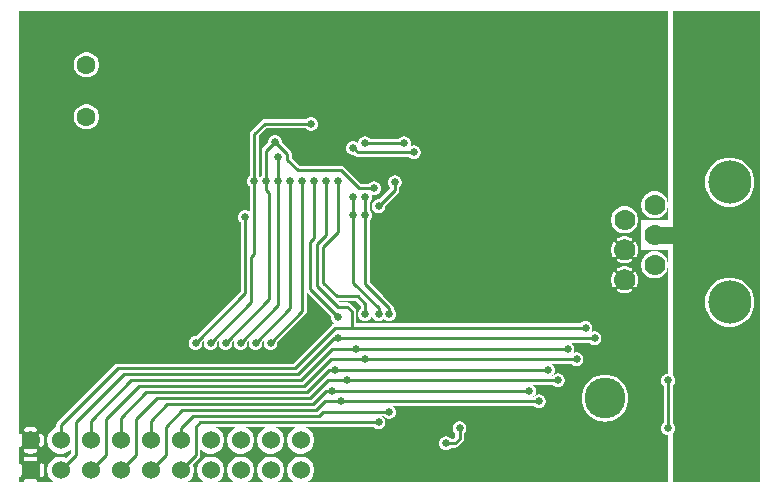
<source format=gbr>
G04 start of page 3 for group 1 idx 1 *
G04 Title: (unknown), bottom *
G04 Creator: pcb 20140316 *
G04 CreationDate: Thu 05 Mar 2020 03:13:11 AM GMT UTC *
G04 For: railfan *
G04 Format: Gerber/RS-274X *
G04 PCB-Dimensions (mil): 2500.00 1600.00 *
G04 PCB-Coordinate-Origin: lower left *
%MOIN*%
%FSLAX25Y25*%
%LNBOTTOM*%
%ADD52C,0.0960*%
%ADD51C,0.1280*%
%ADD50C,0.0300*%
%ADD49C,0.0433*%
%ADD48C,0.0380*%
%ADD47C,0.0120*%
%ADD46C,0.0260*%
%ADD45C,0.1360*%
%ADD44C,0.1440*%
%ADD43C,0.0700*%
%ADD42C,0.0633*%
%ADD41C,0.0600*%
%ADD40C,0.0550*%
%ADD39C,0.0100*%
%ADD38C,0.0001*%
G54D38*G36*
X248500Y1500D02*X238487D01*
Y53276D01*
X238500Y53275D01*
X239787Y53376D01*
X241042Y53677D01*
X242234Y54171D01*
X243335Y54846D01*
X244316Y55684D01*
X245154Y56665D01*
X245829Y57766D01*
X246323Y58958D01*
X246624Y60213D01*
X246700Y61500D01*
X246624Y62787D01*
X246323Y64042D01*
X245829Y65234D01*
X245154Y66335D01*
X244316Y67316D01*
X243335Y68154D01*
X242234Y68829D01*
X241042Y69323D01*
X239787Y69624D01*
X238500Y69725D01*
X238487Y69724D01*
Y93276D01*
X238500Y93275D01*
X239787Y93376D01*
X241042Y93677D01*
X242234Y94171D01*
X243335Y94846D01*
X244316Y95684D01*
X245154Y96665D01*
X245829Y97766D01*
X246323Y98958D01*
X246624Y100213D01*
X246700Y101500D01*
X246624Y102787D01*
X246323Y104042D01*
X245829Y105234D01*
X245154Y106335D01*
X244316Y107316D01*
X243335Y108154D01*
X242234Y108829D01*
X241042Y109323D01*
X239787Y109624D01*
X238500Y109725D01*
X238487Y109724D01*
Y158500D01*
X248500D01*
Y1500D01*
G37*
G36*
X238487D02*X219500D01*
Y17756D01*
X219631Y17869D01*
X219866Y18144D01*
X220056Y18453D01*
X220194Y18787D01*
X220279Y19139D01*
X220300Y19500D01*
X220279Y19861D01*
X220194Y20213D01*
X220056Y20547D01*
X219866Y20856D01*
X219631Y21131D01*
X219500Y21244D01*
Y33662D01*
X219631Y33774D01*
X219866Y34049D01*
X220056Y34358D01*
X220194Y34693D01*
X220279Y35045D01*
X220300Y35406D01*
X220279Y35766D01*
X220194Y36118D01*
X220056Y36453D01*
X219866Y36762D01*
X219631Y37037D01*
X219500Y37149D01*
Y158500D01*
X238487D01*
Y109724D01*
X237213Y109624D01*
X235958Y109323D01*
X234766Y108829D01*
X233665Y108154D01*
X232684Y107316D01*
X231846Y106335D01*
X231171Y105234D01*
X230677Y104042D01*
X230376Y102787D01*
X230275Y101500D01*
X230376Y100213D01*
X230677Y98958D01*
X231171Y97766D01*
X231846Y96665D01*
X232684Y95684D01*
X233665Y94846D01*
X234766Y94171D01*
X235958Y93677D01*
X237213Y93376D01*
X238487Y93276D01*
Y69724D01*
X237213Y69624D01*
X235958Y69323D01*
X234766Y68829D01*
X233665Y68154D01*
X232684Y67316D01*
X231846Y66335D01*
X231171Y65234D01*
X230677Y64042D01*
X230376Y62787D01*
X230275Y61500D01*
X230376Y60213D01*
X230677Y58958D01*
X231171Y57766D01*
X231846Y56665D01*
X232684Y55684D01*
X233665Y54846D01*
X234766Y54171D01*
X235958Y53677D01*
X237213Y53376D01*
X238487Y53276D01*
Y1500D01*
G37*
G36*
X147000Y17756D02*Y16621D01*
X146379Y16000D01*
X146246D01*
Y19034D01*
X146306Y18787D01*
X146444Y18453D01*
X146634Y18144D01*
X146869Y17869D01*
X147000Y17756D01*
G37*
G36*
X207220Y158500D02*X218000D01*
Y94000D01*
X217958Y94706D01*
X217793Y95395D01*
X217522Y96049D01*
X217152Y96653D01*
X216692Y97192D01*
X216153Y97652D01*
X215549Y98022D01*
X214895Y98293D01*
X214206Y98458D01*
X213500Y98514D01*
X212794Y98458D01*
X212105Y98293D01*
X211451Y98022D01*
X210847Y97652D01*
X210308Y97192D01*
X209848Y96653D01*
X209478Y96049D01*
X209207Y95395D01*
X209042Y94706D01*
X208986Y94000D01*
X209042Y93294D01*
X209207Y92605D01*
X209478Y91951D01*
X209848Y91347D01*
X210308Y90808D01*
X210847Y90348D01*
X211451Y89978D01*
X212105Y89707D01*
X212794Y89542D01*
X213500Y89486D01*
X214206Y89542D01*
X214895Y89707D01*
X215549Y89978D01*
X216153Y90348D01*
X216692Y90808D01*
X217152Y91347D01*
X217522Y91951D01*
X217793Y92605D01*
X217958Y93294D01*
X218000Y94000D01*
Y89000D01*
X209000D01*
Y84176D01*
X208986Y84000D01*
X209000Y83824D01*
Y79000D01*
X218000D01*
Y74000D01*
X217958Y74706D01*
X217793Y75395D01*
X217522Y76049D01*
X217152Y76653D01*
X216692Y77192D01*
X216153Y77652D01*
X215549Y78022D01*
X214895Y78293D01*
X214206Y78458D01*
X213500Y78514D01*
X212794Y78458D01*
X212105Y78293D01*
X211451Y78022D01*
X210847Y77652D01*
X210308Y77192D01*
X209848Y76653D01*
X209478Y76049D01*
X209207Y75395D01*
X209042Y74706D01*
X208986Y74000D01*
X209042Y73294D01*
X209207Y72605D01*
X209478Y71951D01*
X209848Y71347D01*
X210308Y70808D01*
X210847Y70348D01*
X211451Y69978D01*
X212105Y69707D01*
X212794Y69542D01*
X213500Y69486D01*
X214206Y69542D01*
X214895Y69707D01*
X215549Y69978D01*
X216153Y70348D01*
X216692Y70808D01*
X217152Y71347D01*
X217522Y71951D01*
X217793Y72605D01*
X217958Y73294D01*
X218000Y74000D01*
Y37713D01*
X217639Y37684D01*
X217287Y37600D01*
X216953Y37461D01*
X216644Y37272D01*
X216369Y37037D01*
X216134Y36762D01*
X215944Y36453D01*
X215806Y36118D01*
X215721Y35766D01*
X215693Y35406D01*
X215721Y35045D01*
X215806Y34693D01*
X215944Y34358D01*
X216134Y34049D01*
X216369Y33774D01*
X216500Y33662D01*
Y21244D01*
X216369Y21131D01*
X216134Y20856D01*
X215944Y20547D01*
X215806Y20213D01*
X215721Y19861D01*
X215693Y19500D01*
X215721Y19139D01*
X215806Y18787D01*
X215944Y18453D01*
X216134Y18144D01*
X216369Y17869D01*
X216644Y17634D01*
X216953Y17444D01*
X217287Y17306D01*
X217639Y17221D01*
X218000Y17193D01*
Y1500D01*
X207220D01*
Y66544D01*
X207271Y66583D01*
X207326Y66639D01*
X207370Y66704D01*
X207564Y67056D01*
X207721Y67426D01*
X207844Y67809D01*
X207933Y68200D01*
X207987Y68599D01*
X208004Y69000D01*
X207987Y69401D01*
X207933Y69800D01*
X207844Y70191D01*
X207721Y70574D01*
X207564Y70944D01*
X207374Y71298D01*
X207329Y71363D01*
X207274Y71420D01*
X207220Y71460D01*
Y76544D01*
X207271Y76583D01*
X207326Y76639D01*
X207370Y76704D01*
X207564Y77056D01*
X207721Y77426D01*
X207844Y77809D01*
X207933Y78200D01*
X207987Y78599D01*
X208004Y79000D01*
X207987Y79401D01*
X207933Y79800D01*
X207844Y80191D01*
X207721Y80574D01*
X207564Y80944D01*
X207374Y81298D01*
X207329Y81363D01*
X207274Y81420D01*
X207220Y81460D01*
Y86459D01*
X207522Y86951D01*
X207793Y87605D01*
X207958Y88294D01*
X208000Y89000D01*
X207958Y89706D01*
X207793Y90395D01*
X207522Y91049D01*
X207220Y91541D01*
Y158500D01*
G37*
G36*
Y1500D02*X203502D01*
Y25182D01*
X203971Y25948D01*
X204441Y27082D01*
X204728Y28276D01*
X204800Y29500D01*
X204728Y30724D01*
X204441Y31918D01*
X203971Y33052D01*
X203502Y33818D01*
Y64496D01*
X203901Y64513D01*
X204300Y64567D01*
X204691Y64656D01*
X205074Y64779D01*
X205444Y64936D01*
X205798Y65126D01*
X205863Y65171D01*
X205920Y65226D01*
X205968Y65290D01*
X206004Y65360D01*
X206030Y65435D01*
X206044Y65513D01*
X206045Y65592D01*
X206033Y65671D01*
X206010Y65746D01*
X205975Y65817D01*
X205929Y65882D01*
X205874Y65939D01*
X205811Y65987D01*
X205741Y66024D01*
X205666Y66049D01*
X205588Y66063D01*
X205508Y66064D01*
X205430Y66052D01*
X205354Y66029D01*
X205284Y65993D01*
X205010Y65843D01*
X204723Y65721D01*
X204426Y65625D01*
X204121Y65556D01*
X203812Y65514D01*
X203502Y65500D01*
Y72500D01*
X203812Y72486D01*
X204121Y72444D01*
X204426Y72375D01*
X204723Y72279D01*
X205010Y72157D01*
X205286Y72010D01*
X205355Y71974D01*
X205431Y71951D01*
X205509Y71940D01*
X205587Y71941D01*
X205665Y71954D01*
X205739Y71980D01*
X205809Y72016D01*
X205872Y72064D01*
X205927Y72120D01*
X205972Y72184D01*
X206007Y72255D01*
X206030Y72330D01*
X206041Y72408D01*
X206040Y72487D01*
X206027Y72564D01*
X206001Y72639D01*
X205965Y72708D01*
X205917Y72771D01*
X205861Y72826D01*
X205796Y72870D01*
X205444Y73064D01*
X205074Y73221D01*
X204691Y73344D01*
X204300Y73433D01*
X203901Y73487D01*
X203502Y73504D01*
Y74496D01*
X203901Y74513D01*
X204300Y74567D01*
X204691Y74656D01*
X205074Y74779D01*
X205444Y74936D01*
X205798Y75126D01*
X205863Y75171D01*
X205920Y75226D01*
X205968Y75290D01*
X206004Y75360D01*
X206030Y75435D01*
X206044Y75513D01*
X206045Y75592D01*
X206033Y75671D01*
X206010Y75746D01*
X205975Y75817D01*
X205929Y75882D01*
X205874Y75939D01*
X205811Y75987D01*
X205741Y76024D01*
X205666Y76049D01*
X205588Y76063D01*
X205508Y76064D01*
X205430Y76052D01*
X205354Y76029D01*
X205284Y75993D01*
X205010Y75843D01*
X204723Y75721D01*
X204426Y75625D01*
X204121Y75556D01*
X203812Y75514D01*
X203502Y75500D01*
Y82500D01*
X203812Y82486D01*
X204121Y82444D01*
X204426Y82375D01*
X204723Y82279D01*
X205010Y82157D01*
X205286Y82010D01*
X205355Y81974D01*
X205431Y81951D01*
X205509Y81940D01*
X205587Y81941D01*
X205665Y81954D01*
X205739Y81980D01*
X205809Y82016D01*
X205872Y82064D01*
X205927Y82120D01*
X205972Y82184D01*
X206007Y82255D01*
X206030Y82330D01*
X206041Y82408D01*
X206040Y82487D01*
X206027Y82564D01*
X206001Y82639D01*
X205965Y82708D01*
X205917Y82771D01*
X205861Y82826D01*
X205796Y82870D01*
X205444Y83064D01*
X205074Y83221D01*
X204691Y83344D01*
X204300Y83433D01*
X203901Y83487D01*
X203502Y83504D01*
Y84486D01*
X204206Y84542D01*
X204895Y84707D01*
X205549Y84978D01*
X206153Y85348D01*
X206692Y85808D01*
X207152Y86347D01*
X207220Y86459D01*
Y81460D01*
X207210Y81468D01*
X207140Y81504D01*
X207065Y81530D01*
X206987Y81544D01*
X206908Y81545D01*
X206829Y81533D01*
X206754Y81510D01*
X206683Y81475D01*
X206618Y81429D01*
X206561Y81374D01*
X206513Y81311D01*
X206476Y81241D01*
X206451Y81166D01*
X206437Y81088D01*
X206436Y81008D01*
X206448Y80930D01*
X206471Y80854D01*
X206507Y80784D01*
X206657Y80510D01*
X206779Y80223D01*
X206875Y79926D01*
X206944Y79621D01*
X206986Y79312D01*
X207000Y79000D01*
X206986Y78688D01*
X206944Y78379D01*
X206875Y78074D01*
X206779Y77777D01*
X206657Y77490D01*
X206510Y77214D01*
X206474Y77145D01*
X206451Y77069D01*
X206440Y76991D01*
X206441Y76913D01*
X206454Y76835D01*
X206480Y76761D01*
X206516Y76691D01*
X206564Y76628D01*
X206620Y76573D01*
X206684Y76528D01*
X206755Y76493D01*
X206830Y76470D01*
X206908Y76459D01*
X206987Y76460D01*
X207064Y76473D01*
X207139Y76499D01*
X207208Y76535D01*
X207220Y76544D01*
Y71460D01*
X207210Y71468D01*
X207140Y71504D01*
X207065Y71530D01*
X206987Y71544D01*
X206908Y71545D01*
X206829Y71533D01*
X206754Y71510D01*
X206683Y71475D01*
X206618Y71429D01*
X206561Y71374D01*
X206513Y71311D01*
X206476Y71241D01*
X206451Y71166D01*
X206437Y71088D01*
X206436Y71008D01*
X206448Y70930D01*
X206471Y70854D01*
X206507Y70784D01*
X206657Y70510D01*
X206779Y70223D01*
X206875Y69926D01*
X206944Y69621D01*
X206986Y69312D01*
X207000Y69000D01*
X206986Y68688D01*
X206944Y68379D01*
X206875Y68074D01*
X206779Y67777D01*
X206657Y67490D01*
X206510Y67214D01*
X206474Y67145D01*
X206451Y67069D01*
X206440Y66991D01*
X206441Y66913D01*
X206454Y66835D01*
X206480Y66761D01*
X206516Y66691D01*
X206564Y66628D01*
X206620Y66573D01*
X206684Y66528D01*
X206755Y66493D01*
X206830Y66470D01*
X206908Y66459D01*
X206987Y66460D01*
X207064Y66473D01*
X207139Y66499D01*
X207208Y66535D01*
X207220Y66544D01*
Y1500D01*
G37*
G36*
X203502Y158500D02*X207220D01*
Y91541D01*
X207152Y91653D01*
X206692Y92192D01*
X206153Y92652D01*
X205549Y93022D01*
X204895Y93293D01*
X204206Y93458D01*
X203502Y93514D01*
Y158500D01*
G37*
G36*
X199780Y22209D02*X200552Y22529D01*
X201599Y23170D01*
X202532Y23968D01*
X203330Y24901D01*
X203502Y25182D01*
Y1500D01*
X199780D01*
Y22209D01*
G37*
G36*
Y86459D02*X199848Y86347D01*
X200308Y85808D01*
X200847Y85348D01*
X201451Y84978D01*
X202105Y84707D01*
X202794Y84542D01*
X203500Y84486D01*
X203502Y84486D01*
Y83504D01*
X203500Y83504D01*
X203099Y83487D01*
X202700Y83433D01*
X202309Y83344D01*
X201926Y83221D01*
X201556Y83064D01*
X201202Y82874D01*
X201137Y82829D01*
X201080Y82774D01*
X201032Y82710D01*
X200996Y82640D01*
X200970Y82565D01*
X200956Y82487D01*
X200955Y82408D01*
X200967Y82329D01*
X200990Y82254D01*
X201025Y82183D01*
X201071Y82118D01*
X201126Y82061D01*
X201189Y82013D01*
X201259Y81976D01*
X201334Y81951D01*
X201412Y81937D01*
X201492Y81936D01*
X201570Y81948D01*
X201646Y81971D01*
X201716Y82007D01*
X201990Y82157D01*
X202277Y82279D01*
X202574Y82375D01*
X202879Y82444D01*
X203188Y82486D01*
X203500Y82500D01*
X203502Y82500D01*
Y75500D01*
X203500Y75500D01*
X203188Y75514D01*
X202879Y75556D01*
X202574Y75625D01*
X202277Y75721D01*
X201990Y75843D01*
X201714Y75990D01*
X201645Y76026D01*
X201569Y76049D01*
X201491Y76060D01*
X201413Y76059D01*
X201335Y76046D01*
X201261Y76020D01*
X201191Y75984D01*
X201128Y75936D01*
X201073Y75880D01*
X201028Y75816D01*
X200993Y75745D01*
X200970Y75670D01*
X200959Y75592D01*
X200960Y75513D01*
X200973Y75436D01*
X200999Y75361D01*
X201035Y75292D01*
X201083Y75229D01*
X201139Y75174D01*
X201204Y75130D01*
X201556Y74936D01*
X201926Y74779D01*
X202309Y74656D01*
X202700Y74567D01*
X203099Y74513D01*
X203500Y74496D01*
X203502Y74496D01*
Y73504D01*
X203500Y73504D01*
X203099Y73487D01*
X202700Y73433D01*
X202309Y73344D01*
X201926Y73221D01*
X201556Y73064D01*
X201202Y72874D01*
X201137Y72829D01*
X201080Y72774D01*
X201032Y72710D01*
X200996Y72640D01*
X200970Y72565D01*
X200956Y72487D01*
X200955Y72408D01*
X200967Y72329D01*
X200990Y72254D01*
X201025Y72183D01*
X201071Y72118D01*
X201126Y72061D01*
X201189Y72013D01*
X201259Y71976D01*
X201334Y71951D01*
X201412Y71937D01*
X201492Y71936D01*
X201570Y71948D01*
X201646Y71971D01*
X201716Y72007D01*
X201990Y72157D01*
X202277Y72279D01*
X202574Y72375D01*
X202879Y72444D01*
X203188Y72486D01*
X203500Y72500D01*
X203502Y72500D01*
Y65500D01*
X203500Y65500D01*
X203188Y65514D01*
X202879Y65556D01*
X202574Y65625D01*
X202277Y65721D01*
X201990Y65843D01*
X201714Y65990D01*
X201645Y66026D01*
X201569Y66049D01*
X201491Y66060D01*
X201413Y66059D01*
X201335Y66046D01*
X201261Y66020D01*
X201191Y65984D01*
X201128Y65936D01*
X201073Y65880D01*
X201028Y65816D01*
X200993Y65745D01*
X200970Y65670D01*
X200959Y65592D01*
X200960Y65513D01*
X200973Y65436D01*
X200999Y65361D01*
X201035Y65292D01*
X201083Y65229D01*
X201139Y65174D01*
X201204Y65130D01*
X201556Y64936D01*
X201926Y64779D01*
X202309Y64656D01*
X202700Y64567D01*
X203099Y64513D01*
X203500Y64496D01*
X203502Y64496D01*
Y33818D01*
X203330Y34099D01*
X202532Y35032D01*
X201599Y35830D01*
X200552Y36471D01*
X199780Y36791D01*
Y66540D01*
X199790Y66532D01*
X199860Y66496D01*
X199935Y66470D01*
X200013Y66456D01*
X200092Y66455D01*
X200171Y66467D01*
X200246Y66490D01*
X200317Y66525D01*
X200382Y66571D01*
X200439Y66626D01*
X200487Y66689D01*
X200524Y66759D01*
X200549Y66834D01*
X200563Y66912D01*
X200564Y66992D01*
X200552Y67070D01*
X200529Y67146D01*
X200493Y67216D01*
X200343Y67490D01*
X200221Y67777D01*
X200125Y68074D01*
X200056Y68379D01*
X200014Y68688D01*
X200000Y69000D01*
X200014Y69312D01*
X200056Y69621D01*
X200125Y69926D01*
X200221Y70223D01*
X200343Y70510D01*
X200490Y70786D01*
X200526Y70855D01*
X200549Y70931D01*
X200560Y71009D01*
X200559Y71087D01*
X200546Y71165D01*
X200520Y71239D01*
X200484Y71309D01*
X200436Y71372D01*
X200380Y71427D01*
X200316Y71472D01*
X200245Y71507D01*
X200170Y71530D01*
X200092Y71541D01*
X200013Y71540D01*
X199936Y71527D01*
X199861Y71501D01*
X199792Y71465D01*
X199780Y71456D01*
Y76540D01*
X199790Y76532D01*
X199860Y76496D01*
X199935Y76470D01*
X200013Y76456D01*
X200092Y76455D01*
X200171Y76467D01*
X200246Y76490D01*
X200317Y76525D01*
X200382Y76571D01*
X200439Y76626D01*
X200487Y76689D01*
X200524Y76759D01*
X200549Y76834D01*
X200563Y76912D01*
X200564Y76992D01*
X200552Y77070D01*
X200529Y77146D01*
X200493Y77216D01*
X200343Y77490D01*
X200221Y77777D01*
X200125Y78074D01*
X200056Y78379D01*
X200014Y78688D01*
X200000Y79000D01*
X200014Y79312D01*
X200056Y79621D01*
X200125Y79926D01*
X200221Y80223D01*
X200343Y80510D01*
X200490Y80786D01*
X200526Y80855D01*
X200549Y80931D01*
X200560Y81009D01*
X200559Y81087D01*
X200546Y81165D01*
X200520Y81239D01*
X200484Y81309D01*
X200436Y81372D01*
X200380Y81427D01*
X200316Y81472D01*
X200245Y81507D01*
X200170Y81530D01*
X200092Y81541D01*
X200013Y81540D01*
X199936Y81527D01*
X199861Y81501D01*
X199792Y81465D01*
X199780Y81456D01*
Y86459D01*
G37*
G36*
Y158500D02*X203502D01*
Y93514D01*
X203500Y93514D01*
X202794Y93458D01*
X202105Y93293D01*
X201451Y93022D01*
X200847Y92652D01*
X200308Y92192D01*
X199848Y91653D01*
X199780Y91541D01*
Y158500D01*
G37*
G36*
X146246D02*X199780D01*
Y91541D01*
X199478Y91049D01*
X199207Y90395D01*
X199042Y89706D01*
X198986Y89000D01*
X199042Y88294D01*
X199207Y87605D01*
X199478Y86951D01*
X199780Y86459D01*
Y81456D01*
X199729Y81417D01*
X199674Y81361D01*
X199630Y81296D01*
X199436Y80944D01*
X199279Y80574D01*
X199156Y80191D01*
X199067Y79800D01*
X199013Y79401D01*
X198996Y79000D01*
X199013Y78599D01*
X199067Y78200D01*
X199156Y77809D01*
X199279Y77426D01*
X199436Y77056D01*
X199626Y76702D01*
X199671Y76637D01*
X199726Y76580D01*
X199780Y76540D01*
Y71456D01*
X199729Y71417D01*
X199674Y71361D01*
X199630Y71296D01*
X199436Y70944D01*
X199279Y70574D01*
X199156Y70191D01*
X199067Y69800D01*
X199013Y69401D01*
X198996Y69000D01*
X199013Y68599D01*
X199067Y68200D01*
X199156Y67809D01*
X199279Y67426D01*
X199436Y67056D01*
X199626Y66702D01*
X199671Y66637D01*
X199726Y66580D01*
X199780Y66540D01*
Y36791D01*
X199418Y36941D01*
X198224Y37228D01*
X197000Y37324D01*
X195776Y37228D01*
X194582Y36941D01*
X193448Y36471D01*
X192401Y35830D01*
X191468Y35032D01*
X190670Y34099D01*
X190029Y33052D01*
X189559Y31918D01*
X189272Y30724D01*
X189176Y29500D01*
X189272Y28276D01*
X189559Y27082D01*
X190029Y25948D01*
X190670Y24901D01*
X191468Y23968D01*
X192401Y23170D01*
X193448Y22529D01*
X194582Y22059D01*
X195776Y21772D01*
X197000Y21676D01*
X198224Y21772D01*
X199418Y22059D01*
X199780Y22209D01*
Y1500D01*
X146246D01*
Y13000D01*
X146941D01*
X147000Y12995D01*
X147235Y13014D01*
X147235Y13014D01*
X147465Y13069D01*
X147683Y13159D01*
X147884Y13283D01*
X148064Y13436D01*
X148102Y13481D01*
X149519Y14898D01*
X149564Y14936D01*
X149717Y15115D01*
X149717Y15116D01*
X149841Y15317D01*
X149931Y15535D01*
X149986Y15765D01*
X150005Y16000D01*
X150000Y16059D01*
Y17756D01*
X150131Y17869D01*
X150366Y18144D01*
X150556Y18453D01*
X150694Y18787D01*
X150779Y19139D01*
X150800Y19500D01*
X150779Y19861D01*
X150694Y20213D01*
X150556Y20547D01*
X150366Y20856D01*
X150131Y21131D01*
X149856Y21366D01*
X149547Y21556D01*
X149213Y21694D01*
X148861Y21779D01*
X148500Y21807D01*
X148139Y21779D01*
X147787Y21694D01*
X147453Y21556D01*
X147144Y21366D01*
X146869Y21131D01*
X146634Y20856D01*
X146444Y20547D01*
X146306Y20213D01*
X146246Y19966D01*
Y27000D01*
X173182D01*
X173294Y26869D01*
X173569Y26634D01*
X173878Y26444D01*
X174212Y26306D01*
X174564Y26221D01*
X174925Y26193D01*
X175286Y26221D01*
X175638Y26306D01*
X175973Y26444D01*
X176281Y26634D01*
X176557Y26869D01*
X176792Y27144D01*
X176981Y27453D01*
X177119Y27787D01*
X177204Y28139D01*
X177225Y28500D01*
X177204Y28861D01*
X177119Y29213D01*
X176981Y29547D01*
X176792Y29856D01*
X176557Y30131D01*
X176281Y30366D01*
X175973Y30556D01*
X175638Y30694D01*
X175286Y30779D01*
X174925Y30807D01*
X174564Y30779D01*
X174212Y30694D01*
X173878Y30556D01*
X173569Y30366D01*
X173294Y30131D01*
X173182Y30000D01*
X172914D01*
X173132Y30134D01*
X173407Y30369D01*
X173642Y30644D01*
X173832Y30953D01*
X173970Y31287D01*
X174055Y31639D01*
X174076Y32000D01*
X174055Y32361D01*
X173970Y32713D01*
X173832Y33047D01*
X173642Y33356D01*
X173407Y33631D01*
X173132Y33866D01*
X172914Y34000D01*
X179480D01*
X179593Y33869D01*
X179868Y33634D01*
X180177Y33444D01*
X180511Y33306D01*
X180863Y33221D01*
X181224Y33193D01*
X181585Y33221D01*
X181937Y33306D01*
X182271Y33444D01*
X182580Y33634D01*
X182855Y33869D01*
X183090Y34144D01*
X183280Y34453D01*
X183418Y34787D01*
X183503Y35139D01*
X183524Y35500D01*
X183503Y35861D01*
X183418Y36213D01*
X183280Y36547D01*
X183090Y36856D01*
X182855Y37131D01*
X182580Y37366D01*
X182271Y37556D01*
X181937Y37694D01*
X181585Y37779D01*
X181224Y37807D01*
X180863Y37779D01*
X180511Y37694D01*
X180177Y37556D01*
X179868Y37366D01*
X179593Y37131D01*
X179480Y37000D01*
X179213D01*
X179431Y37134D01*
X179707Y37369D01*
X179942Y37644D01*
X180131Y37953D01*
X180269Y38287D01*
X180354Y38639D01*
X180375Y39000D01*
X180354Y39361D01*
X180269Y39713D01*
X180131Y40047D01*
X179942Y40356D01*
X179707Y40631D01*
X179431Y40866D01*
X179213Y41000D01*
X185756D01*
X185869Y40869D01*
X186144Y40634D01*
X186453Y40444D01*
X186787Y40306D01*
X187139Y40221D01*
X187500Y40193D01*
X187861Y40221D01*
X188213Y40306D01*
X188547Y40444D01*
X188856Y40634D01*
X189131Y40869D01*
X189366Y41144D01*
X189556Y41453D01*
X189694Y41787D01*
X189779Y42139D01*
X189800Y42500D01*
X189779Y42861D01*
X189694Y43213D01*
X189556Y43547D01*
X189366Y43856D01*
X189131Y44131D01*
X188856Y44366D01*
X188547Y44556D01*
X188213Y44694D01*
X187861Y44779D01*
X187500Y44807D01*
X187139Y44779D01*
X186787Y44694D01*
X186453Y44556D01*
X186144Y44366D01*
X185869Y44131D01*
X185756Y44000D01*
X185638D01*
X185856Y44134D01*
X186131Y44369D01*
X186366Y44644D01*
X186556Y44953D01*
X186694Y45287D01*
X186779Y45639D01*
X186800Y46000D01*
X186779Y46361D01*
X186694Y46713D01*
X186556Y47047D01*
X186366Y47356D01*
X186131Y47631D01*
X185856Y47866D01*
X185638Y48000D01*
X191756D01*
X191869Y47869D01*
X192144Y47634D01*
X192453Y47444D01*
X192787Y47306D01*
X193139Y47221D01*
X193500Y47193D01*
X193861Y47221D01*
X194213Y47306D01*
X194547Y47444D01*
X194856Y47634D01*
X195131Y47869D01*
X195366Y48144D01*
X195556Y48453D01*
X195694Y48787D01*
X195779Y49139D01*
X195800Y49500D01*
X195779Y49861D01*
X195694Y50213D01*
X195556Y50547D01*
X195366Y50856D01*
X195131Y51131D01*
X194856Y51366D01*
X194547Y51556D01*
X194213Y51694D01*
X193861Y51779D01*
X193500Y51807D01*
X193139Y51779D01*
X192787Y51694D01*
X192453Y51556D01*
X192144Y51366D01*
X191869Y51131D01*
X191756Y51000D01*
X191638D01*
X191856Y51134D01*
X192131Y51369D01*
X192366Y51644D01*
X192556Y51953D01*
X192694Y52287D01*
X192779Y52639D01*
X192800Y53000D01*
X192779Y53361D01*
X192694Y53713D01*
X192556Y54047D01*
X192366Y54356D01*
X192131Y54631D01*
X191856Y54866D01*
X191547Y55056D01*
X191213Y55194D01*
X190861Y55279D01*
X190500Y55307D01*
X190139Y55279D01*
X189787Y55194D01*
X189453Y55056D01*
X189144Y54866D01*
X188869Y54631D01*
X188756Y54500D01*
X146246D01*
Y158500D01*
G37*
G36*
Y1500D02*X97585D01*
X98153Y1848D01*
X98692Y2308D01*
X99152Y2847D01*
X99522Y3451D01*
X99793Y4105D01*
X99958Y4794D01*
X100000Y5500D01*
X99958Y6206D01*
X99793Y6895D01*
X99522Y7549D01*
X99152Y8153D01*
X98692Y8692D01*
X98153Y9152D01*
X97549Y9522D01*
X96895Y9793D01*
X96206Y9958D01*
X95500Y10014D01*
X94794Y9958D01*
X94105Y9793D01*
X93451Y9522D01*
X92847Y9152D01*
X92308Y8692D01*
X91848Y8153D01*
X91478Y7549D01*
X91207Y6895D01*
X91042Y6206D01*
X90986Y5500D01*
X91042Y4794D01*
X91207Y4105D01*
X91478Y3451D01*
X91848Y2847D01*
X92308Y2308D01*
X92847Y1848D01*
X93415Y1500D01*
X87585D01*
X88153Y1848D01*
X88692Y2308D01*
X89152Y2847D01*
X89522Y3451D01*
X89793Y4105D01*
X89958Y4794D01*
X90000Y5500D01*
X89958Y6206D01*
X89793Y6895D01*
X89522Y7549D01*
X89152Y8153D01*
X88692Y8692D01*
X88153Y9152D01*
X87549Y9522D01*
X86895Y9793D01*
X86206Y9958D01*
X85500Y10014D01*
X84794Y9958D01*
X84105Y9793D01*
X83451Y9522D01*
X82847Y9152D01*
X82308Y8692D01*
X81848Y8153D01*
X81478Y7549D01*
X81207Y6895D01*
X81042Y6206D01*
X80986Y5500D01*
X81042Y4794D01*
X81207Y4105D01*
X81478Y3451D01*
X81848Y2847D01*
X82308Y2308D01*
X82847Y1848D01*
X83415Y1500D01*
X77585D01*
X78153Y1848D01*
X78692Y2308D01*
X79152Y2847D01*
X79522Y3451D01*
X79793Y4105D01*
X79958Y4794D01*
X80000Y5500D01*
X79958Y6206D01*
X79793Y6895D01*
X79522Y7549D01*
X79152Y8153D01*
X78692Y8692D01*
X78153Y9152D01*
X77549Y9522D01*
X76895Y9793D01*
X76206Y9958D01*
X75500Y10014D01*
X74794Y9958D01*
X74105Y9793D01*
X73451Y9522D01*
X72847Y9152D01*
X72308Y8692D01*
X71848Y8153D01*
X71478Y7549D01*
X71207Y6895D01*
X71042Y6206D01*
X70986Y5500D01*
X71042Y4794D01*
X71207Y4105D01*
X71478Y3451D01*
X71848Y2847D01*
X72308Y2308D01*
X72847Y1848D01*
X73415Y1500D01*
X67585D01*
X68153Y1848D01*
X68692Y2308D01*
X69152Y2847D01*
X69522Y3451D01*
X69793Y4105D01*
X69958Y4794D01*
X70000Y5500D01*
X69958Y6206D01*
X69793Y6895D01*
X69522Y7549D01*
X69152Y8153D01*
X68692Y8692D01*
X68153Y9152D01*
X67549Y9522D01*
X66895Y9793D01*
X66206Y9958D01*
X65500Y10014D01*
X64794Y9958D01*
X64105Y9793D01*
X63451Y9522D01*
X62847Y9152D01*
X62308Y8692D01*
X61848Y8153D01*
X61478Y7549D01*
X61207Y6895D01*
X61042Y6206D01*
X60986Y5500D01*
X61042Y4794D01*
X61207Y4105D01*
X61478Y3451D01*
X61848Y2847D01*
X62308Y2308D01*
X62847Y1848D01*
X63415Y1500D01*
X57585D01*
X58153Y1848D01*
X58692Y2308D01*
X59152Y2847D01*
X59522Y3451D01*
X59793Y4105D01*
X59958Y4794D01*
X60000Y5500D01*
X59958Y6206D01*
X59793Y6895D01*
X59565Y7444D01*
X61519Y9398D01*
X61564Y9436D01*
X61717Y9615D01*
X61717Y9616D01*
X61841Y9817D01*
X61931Y10035D01*
X61986Y10265D01*
X62005Y10500D01*
X62000Y10559D01*
Y12669D01*
X62308Y12308D01*
X62847Y11848D01*
X63451Y11478D01*
X64105Y11207D01*
X64794Y11042D01*
X65500Y10986D01*
X66206Y11042D01*
X66895Y11207D01*
X67549Y11478D01*
X68153Y11848D01*
X68692Y12308D01*
X69152Y12847D01*
X69522Y13451D01*
X69793Y14105D01*
X69958Y14794D01*
X70000Y15500D01*
X69958Y16206D01*
X69793Y16895D01*
X69522Y17549D01*
X69152Y18153D01*
X68692Y18692D01*
X68153Y19152D01*
X67549Y19522D01*
X66895Y19793D01*
X66206Y19958D01*
X65676Y20000D01*
X75324D01*
X74794Y19958D01*
X74105Y19793D01*
X73451Y19522D01*
X72847Y19152D01*
X72308Y18692D01*
X71848Y18153D01*
X71478Y17549D01*
X71207Y16895D01*
X71042Y16206D01*
X70986Y15500D01*
X71042Y14794D01*
X71207Y14105D01*
X71478Y13451D01*
X71848Y12847D01*
X72308Y12308D01*
X72847Y11848D01*
X73451Y11478D01*
X74105Y11207D01*
X74794Y11042D01*
X75500Y10986D01*
X76206Y11042D01*
X76895Y11207D01*
X77549Y11478D01*
X78153Y11848D01*
X78692Y12308D01*
X79152Y12847D01*
X79522Y13451D01*
X79793Y14105D01*
X79958Y14794D01*
X80000Y15500D01*
X79958Y16206D01*
X79793Y16895D01*
X79522Y17549D01*
X79152Y18153D01*
X78692Y18692D01*
X78153Y19152D01*
X77549Y19522D01*
X76895Y19793D01*
X76206Y19958D01*
X75676Y20000D01*
X85324D01*
X84794Y19958D01*
X84105Y19793D01*
X83451Y19522D01*
X82847Y19152D01*
X82308Y18692D01*
X81848Y18153D01*
X81478Y17549D01*
X81207Y16895D01*
X81042Y16206D01*
X80986Y15500D01*
X81042Y14794D01*
X81207Y14105D01*
X81478Y13451D01*
X81848Y12847D01*
X82308Y12308D01*
X82847Y11848D01*
X83451Y11478D01*
X84105Y11207D01*
X84794Y11042D01*
X85500Y10986D01*
X86206Y11042D01*
X86895Y11207D01*
X87549Y11478D01*
X88153Y11848D01*
X88692Y12308D01*
X89152Y12847D01*
X89522Y13451D01*
X89793Y14105D01*
X89958Y14794D01*
X90000Y15500D01*
X89958Y16206D01*
X89793Y16895D01*
X89522Y17549D01*
X89152Y18153D01*
X88692Y18692D01*
X88153Y19152D01*
X87549Y19522D01*
X86895Y19793D01*
X86206Y19958D01*
X85676Y20000D01*
X95324D01*
X94794Y19958D01*
X94105Y19793D01*
X93451Y19522D01*
X92847Y19152D01*
X92308Y18692D01*
X91848Y18153D01*
X91478Y17549D01*
X91207Y16895D01*
X91042Y16206D01*
X90986Y15500D01*
X91042Y14794D01*
X91207Y14105D01*
X91478Y13451D01*
X91848Y12847D01*
X92308Y12308D01*
X92847Y11848D01*
X93451Y11478D01*
X94105Y11207D01*
X94794Y11042D01*
X95500Y10986D01*
X96206Y11042D01*
X96895Y11207D01*
X97549Y11478D01*
X98153Y11848D01*
X98692Y12308D01*
X99152Y12847D01*
X99522Y13451D01*
X99793Y14105D01*
X99958Y14794D01*
X100000Y15500D01*
X99958Y16206D01*
X99793Y16895D01*
X99522Y17549D01*
X99152Y18153D01*
X98692Y18692D01*
X98153Y19152D01*
X97549Y19522D01*
X96895Y19793D01*
X96206Y19958D01*
X95676Y20000D01*
X119756D01*
X119869Y19869D01*
X120144Y19634D01*
X120453Y19444D01*
X120787Y19306D01*
X121139Y19221D01*
X121500Y19193D01*
X121861Y19221D01*
X122213Y19306D01*
X122547Y19444D01*
X122856Y19634D01*
X123131Y19869D01*
X123366Y20144D01*
X123556Y20453D01*
X123694Y20787D01*
X123779Y21139D01*
X123800Y21500D01*
X123779Y21861D01*
X123694Y22213D01*
X123556Y22547D01*
X123366Y22856D01*
X123131Y23131D01*
X122856Y23366D01*
X122638Y23500D01*
X123256D01*
X123369Y23369D01*
X123644Y23134D01*
X123953Y22944D01*
X124287Y22806D01*
X124639Y22721D01*
X125000Y22693D01*
X125361Y22721D01*
X125713Y22806D01*
X126047Y22944D01*
X126356Y23134D01*
X126631Y23369D01*
X126866Y23644D01*
X127056Y23953D01*
X127194Y24287D01*
X127279Y24639D01*
X127300Y25000D01*
X127279Y25361D01*
X127194Y25713D01*
X127056Y26047D01*
X126866Y26356D01*
X126631Y26631D01*
X126356Y26866D01*
X126138Y27000D01*
X146246D01*
Y19966D01*
X146221Y19861D01*
X146193Y19500D01*
X146221Y19139D01*
X146246Y19034D01*
Y16000D01*
X145744D01*
X145631Y16131D01*
X145356Y16366D01*
X145047Y16556D01*
X144713Y16694D01*
X144361Y16779D01*
X144000Y16807D01*
X143639Y16779D01*
X143287Y16694D01*
X142953Y16556D01*
X142644Y16366D01*
X142369Y16131D01*
X142134Y15856D01*
X141944Y15547D01*
X141806Y15213D01*
X141721Y14861D01*
X141693Y14500D01*
X141721Y14139D01*
X141806Y13787D01*
X141944Y13453D01*
X142134Y13144D01*
X142369Y12869D01*
X142644Y12634D01*
X142953Y12444D01*
X143287Y12306D01*
X143639Y12221D01*
X144000Y12193D01*
X144361Y12221D01*
X144713Y12306D01*
X145047Y12444D01*
X145356Y12634D01*
X145631Y12869D01*
X145744Y13000D01*
X146246D01*
Y1500D01*
G37*
G36*
X123108Y158500D02*X146246D01*
Y54500D01*
X123108D01*
Y55849D01*
X123131Y55869D01*
X123250Y56008D01*
X123369Y55869D01*
X123644Y55634D01*
X123953Y55444D01*
X124287Y55306D01*
X124639Y55221D01*
X125000Y55193D01*
X125361Y55221D01*
X125713Y55306D01*
X126047Y55444D01*
X126356Y55634D01*
X126631Y55869D01*
X126866Y56144D01*
X127056Y56453D01*
X127194Y56787D01*
X127279Y57139D01*
X127300Y57500D01*
X127279Y57861D01*
X127194Y58213D01*
X127056Y58547D01*
X126866Y58856D01*
X126631Y59131D01*
X126500Y59244D01*
Y59441D01*
X126505Y59500D01*
X126486Y59735D01*
X126431Y59965D01*
X126341Y60183D01*
X126217Y60384D01*
X126064Y60564D01*
X126019Y60602D01*
X123108Y63513D01*
Y91849D01*
X123131Y91869D01*
X123366Y92144D01*
X123556Y92453D01*
X123694Y92787D01*
X123779Y93139D01*
X123800Y93500D01*
X123790Y93669D01*
X127944Y97823D01*
X127989Y97861D01*
X128142Y98041D01*
X128142Y98041D01*
X128266Y98242D01*
X128356Y98460D01*
X128411Y98690D01*
X128430Y98925D01*
X128425Y98984D01*
Y99756D01*
X128557Y99869D01*
X128792Y100144D01*
X128981Y100453D01*
X129119Y100787D01*
X129204Y101139D01*
X129225Y101500D01*
X129204Y101861D01*
X129119Y102213D01*
X128981Y102547D01*
X128792Y102856D01*
X128557Y103131D01*
X128281Y103366D01*
X127973Y103556D01*
X127638Y103694D01*
X127286Y103779D01*
X126925Y103807D01*
X126564Y103779D01*
X126212Y103694D01*
X125878Y103556D01*
X125569Y103366D01*
X125294Y103131D01*
X125059Y102856D01*
X124870Y102547D01*
X124731Y102213D01*
X124647Y101861D01*
X124618Y101500D01*
X124647Y101139D01*
X124731Y100787D01*
X124870Y100453D01*
X125059Y100144D01*
X125294Y99869D01*
X125425Y99756D01*
Y99547D01*
X123108Y97230D01*
Y110000D01*
X131480D01*
X131593Y109869D01*
X131868Y109634D01*
X132177Y109444D01*
X132511Y109306D01*
X132863Y109221D01*
X133224Y109193D01*
X133585Y109221D01*
X133937Y109306D01*
X134271Y109444D01*
X134580Y109634D01*
X134855Y109869D01*
X135090Y110144D01*
X135280Y110453D01*
X135418Y110787D01*
X135503Y111139D01*
X135524Y111500D01*
X135503Y111861D01*
X135418Y112213D01*
X135280Y112547D01*
X135090Y112856D01*
X134855Y113131D01*
X134580Y113366D01*
X134271Y113556D01*
X133937Y113694D01*
X133585Y113779D01*
X133224Y113807D01*
X132863Y113779D01*
X132511Y113694D01*
X132177Y113556D01*
X132172Y113553D01*
X132269Y113787D01*
X132354Y114139D01*
X132375Y114500D01*
X132354Y114861D01*
X132269Y115213D01*
X132131Y115547D01*
X131942Y115856D01*
X131707Y116131D01*
X131431Y116366D01*
X131123Y116556D01*
X130788Y116694D01*
X130436Y116779D01*
X130075Y116807D01*
X129714Y116779D01*
X129362Y116694D01*
X129028Y116556D01*
X128719Y116366D01*
X128444Y116131D01*
X128332Y116000D01*
X123108D01*
Y158500D01*
G37*
G36*
Y54500D02*X114000D01*
Y58441D01*
X114005Y58500D01*
X113986Y58735D01*
X113986Y58735D01*
X113931Y58965D01*
X113841Y59183D01*
X113717Y59384D01*
X113564Y59564D01*
X113519Y59602D01*
X112102Y61019D01*
X112064Y61064D01*
X111884Y61217D01*
X111683Y61341D01*
X111465Y61431D01*
X111235Y61486D01*
X111235Y61486D01*
X111000Y61505D01*
X110941Y61500D01*
X108621D01*
X108121Y62000D01*
X113879D01*
X115500Y60379D01*
Y59244D01*
X115369Y59131D01*
X115134Y58856D01*
X114944Y58547D01*
X114806Y58213D01*
X114721Y57861D01*
X114693Y57500D01*
X114721Y57139D01*
X114806Y56787D01*
X114944Y56453D01*
X115134Y56144D01*
X115369Y55869D01*
X115644Y55634D01*
X115953Y55444D01*
X116287Y55306D01*
X116639Y55221D01*
X117000Y55193D01*
X117361Y55221D01*
X117713Y55306D01*
X118047Y55444D01*
X118356Y55634D01*
X118631Y55869D01*
X118866Y56144D01*
X119056Y56453D01*
X119194Y56787D01*
X119250Y57020D01*
X119306Y56787D01*
X119444Y56453D01*
X119634Y56144D01*
X119869Y55869D01*
X120144Y55634D01*
X120453Y55444D01*
X120787Y55306D01*
X121139Y55221D01*
X121500Y55193D01*
X121861Y55221D01*
X122213Y55306D01*
X122547Y55444D01*
X122856Y55634D01*
X123108Y55849D01*
Y54500D01*
G37*
G36*
X72790Y48169D02*X73297Y48676D01*
X73221Y48361D01*
X73193Y48000D01*
X73221Y47639D01*
X73306Y47287D01*
X73444Y46953D01*
X73634Y46644D01*
X73869Y46369D01*
X74144Y46134D01*
X74453Y45944D01*
X74787Y45806D01*
X75139Y45721D01*
X75500Y45693D01*
X75861Y45721D01*
X76213Y45806D01*
X76547Y45944D01*
X76856Y46134D01*
X77131Y46369D01*
X77366Y46644D01*
X77556Y46953D01*
X77694Y47287D01*
X77779Y47639D01*
X77800Y48000D01*
X77790Y48169D01*
X78297Y48676D01*
X78221Y48361D01*
X78193Y48000D01*
X78221Y47639D01*
X78306Y47287D01*
X78444Y46953D01*
X78634Y46644D01*
X78869Y46369D01*
X79144Y46134D01*
X79453Y45944D01*
X79787Y45806D01*
X80139Y45721D01*
X80500Y45693D01*
X80861Y45721D01*
X81213Y45806D01*
X81547Y45944D01*
X81856Y46134D01*
X82131Y46369D01*
X82366Y46644D01*
X82556Y46953D01*
X82694Y47287D01*
X82779Y47639D01*
X82800Y48000D01*
X82790Y48169D01*
X83297Y48676D01*
X83221Y48361D01*
X83193Y48000D01*
X83221Y47639D01*
X83306Y47287D01*
X83444Y46953D01*
X83634Y46644D01*
X83869Y46369D01*
X84144Y46134D01*
X84453Y45944D01*
X84787Y45806D01*
X85139Y45721D01*
X85500Y45693D01*
X85861Y45721D01*
X86213Y45806D01*
X86547Y45944D01*
X86856Y46134D01*
X87131Y46369D01*
X87366Y46644D01*
X87556Y46953D01*
X87694Y47287D01*
X87779Y47639D01*
X87800Y48000D01*
X87790Y48169D01*
X97019Y57398D01*
X97064Y57436D01*
X97217Y57615D01*
X97217Y57616D01*
X97341Y57817D01*
X97431Y58035D01*
X97486Y58265D01*
X97505Y58500D01*
X97500Y58559D01*
Y64879D01*
X105706Y56672D01*
X105693Y56500D01*
X105721Y56139D01*
X105806Y55787D01*
X105944Y55453D01*
X106134Y55144D01*
X106369Y54869D01*
X106644Y54634D01*
X106871Y54494D01*
X106765Y54486D01*
X106535Y54431D01*
X106317Y54341D01*
X106116Y54217D01*
X106115Y54217D01*
X105936Y54064D01*
X105898Y54019D01*
X92879Y41000D01*
X34559D01*
X34500Y41005D01*
X34265Y40986D01*
X34035Y40931D01*
X33817Y40841D01*
X33616Y40717D01*
X33615Y40717D01*
X33436Y40564D01*
X33398Y40519D01*
X24116Y31237D01*
Y119161D01*
X24122Y119160D01*
X24776Y119212D01*
X25413Y119365D01*
X26019Y119616D01*
X26578Y119958D01*
X27076Y120384D01*
X27502Y120883D01*
X27845Y121442D01*
X28096Y122047D01*
X28249Y122685D01*
X28287Y123339D01*
X28249Y123992D01*
X28096Y124630D01*
X27845Y125235D01*
X27502Y125794D01*
X27076Y126293D01*
X26578Y126719D01*
X26019Y127061D01*
X25413Y127312D01*
X24776Y127465D01*
X24122Y127517D01*
X24116Y127516D01*
Y136484D01*
X24122Y136483D01*
X24776Y136535D01*
X25413Y136688D01*
X26019Y136939D01*
X26578Y137281D01*
X27076Y137707D01*
X27502Y138206D01*
X27845Y138765D01*
X28096Y139370D01*
X28249Y140008D01*
X28287Y140661D01*
X28249Y141315D01*
X28096Y141953D01*
X27845Y142558D01*
X27502Y143117D01*
X27076Y143616D01*
X26578Y144042D01*
X26019Y144384D01*
X25413Y144635D01*
X24776Y144788D01*
X24122Y144840D01*
X24116Y144839D01*
Y158500D01*
X123108D01*
Y116000D01*
X118744D01*
X118631Y116131D01*
X118356Y116366D01*
X118047Y116556D01*
X117713Y116694D01*
X117361Y116779D01*
X117000Y116807D01*
X116639Y116779D01*
X116287Y116694D01*
X115953Y116556D01*
X115644Y116366D01*
X115369Y116131D01*
X115134Y115856D01*
X114944Y115547D01*
X114806Y115213D01*
X114721Y114861D01*
X114697Y114554D01*
X114631Y114631D01*
X114356Y114866D01*
X114047Y115056D01*
X113713Y115194D01*
X113361Y115279D01*
X113000Y115307D01*
X112639Y115279D01*
X112287Y115194D01*
X111953Y115056D01*
X111644Y114866D01*
X111369Y114631D01*
X111134Y114356D01*
X110944Y114047D01*
X110806Y113713D01*
X110721Y113361D01*
X110693Y113000D01*
X110721Y112639D01*
X110806Y112287D01*
X110944Y111953D01*
X111134Y111644D01*
X111369Y111369D01*
X111644Y111134D01*
X111953Y110944D01*
X112287Y110806D01*
X112639Y110721D01*
X113000Y110693D01*
X113172Y110706D01*
X113398Y110481D01*
X113436Y110436D01*
X113615Y110283D01*
X113616Y110283D01*
X113817Y110159D01*
X114035Y110069D01*
X114265Y110014D01*
X114500Y109995D01*
X114559Y110000D01*
X123108D01*
Y97230D01*
X121672Y95794D01*
X121500Y95807D01*
X121139Y95779D01*
X120787Y95694D01*
X120453Y95556D01*
X120144Y95366D01*
X119869Y95131D01*
X119634Y94856D01*
X119444Y94547D01*
X119306Y94213D01*
X119221Y93861D01*
X119193Y93500D01*
X119221Y93139D01*
X119306Y92787D01*
X119444Y92453D01*
X119634Y92144D01*
X119869Y91869D01*
X120144Y91634D01*
X120453Y91444D01*
X120787Y91306D01*
X121139Y91221D01*
X121500Y91193D01*
X121861Y91221D01*
X122213Y91306D01*
X122547Y91444D01*
X122856Y91634D01*
X123108Y91849D01*
Y63513D01*
X118500Y68121D01*
Y88756D01*
X118631Y88869D01*
X118866Y89144D01*
X119056Y89453D01*
X119194Y89787D01*
X119279Y90139D01*
X119300Y90500D01*
X119279Y90861D01*
X119194Y91213D01*
X119056Y91547D01*
X118866Y91856D01*
X118631Y92131D01*
X118500Y92244D01*
Y94756D01*
X118631Y94869D01*
X118866Y95144D01*
X119056Y95453D01*
X119194Y95787D01*
X119279Y96139D01*
X119300Y96500D01*
X119279Y96861D01*
X119194Y97213D01*
X119128Y97372D01*
X119287Y97306D01*
X119639Y97221D01*
X120000Y97193D01*
X120361Y97221D01*
X120713Y97306D01*
X121047Y97444D01*
X121356Y97634D01*
X121631Y97869D01*
X121866Y98144D01*
X122056Y98453D01*
X122194Y98787D01*
X122279Y99139D01*
X122300Y99500D01*
X122279Y99861D01*
X122194Y100213D01*
X122056Y100547D01*
X121866Y100856D01*
X121631Y101131D01*
X121356Y101366D01*
X121047Y101556D01*
X120713Y101694D01*
X120361Y101779D01*
X120000Y101807D01*
X119639Y101779D01*
X119287Y101694D01*
X118953Y101556D01*
X118644Y101366D01*
X118369Y101131D01*
X118256Y101000D01*
X115621D01*
X110102Y106519D01*
X110064Y106564D01*
X109884Y106717D01*
X109683Y106841D01*
X109465Y106931D01*
X109235Y106986D01*
X109000Y107005D01*
X108941Y107000D01*
X95121D01*
X92500Y109621D01*
Y110941D01*
X92505Y111000D01*
X92486Y111235D01*
X92431Y111465D01*
X92341Y111683D01*
X92217Y111884D01*
X92064Y112064D01*
X92019Y112102D01*
X89290Y114831D01*
X89300Y115000D01*
X89279Y115361D01*
X89194Y115713D01*
X89056Y116047D01*
X88866Y116356D01*
X88631Y116631D01*
X88356Y116866D01*
X88047Y117056D01*
X87713Y117194D01*
X87361Y117279D01*
X87000Y117307D01*
X86639Y117279D01*
X86287Y117194D01*
X85953Y117056D01*
X85644Y116866D01*
X85369Y116631D01*
X85134Y116356D01*
X84944Y116047D01*
X84806Y115713D01*
X84721Y115361D01*
X84693Y115000D01*
X84706Y114828D01*
X82981Y113102D01*
X82936Y113064D01*
X82783Y112884D01*
X82659Y112683D01*
X82569Y112465D01*
X82514Y112235D01*
X82514Y112235D01*
X82495Y112000D01*
X82500Y111941D01*
Y103744D01*
X82369Y103631D01*
X82134Y103356D01*
X82000Y103138D01*
X81866Y103356D01*
X81631Y103631D01*
X81500Y103744D01*
Y116879D01*
X84121Y119500D01*
X97256D01*
X97369Y119369D01*
X97644Y119134D01*
X97953Y118944D01*
X98287Y118806D01*
X98639Y118721D01*
X99000Y118693D01*
X99361Y118721D01*
X99713Y118806D01*
X100047Y118944D01*
X100356Y119134D01*
X100631Y119369D01*
X100866Y119644D01*
X101056Y119953D01*
X101194Y120287D01*
X101279Y120639D01*
X101300Y121000D01*
X101279Y121361D01*
X101194Y121713D01*
X101056Y122047D01*
X100866Y122356D01*
X100631Y122631D01*
X100356Y122866D01*
X100047Y123056D01*
X99713Y123194D01*
X99361Y123279D01*
X99000Y123307D01*
X98639Y123279D01*
X98287Y123194D01*
X97953Y123056D01*
X97644Y122866D01*
X97369Y122631D01*
X97256Y122500D01*
X83559D01*
X83500Y122505D01*
X83265Y122486D01*
X83035Y122431D01*
X82817Y122341D01*
X82616Y122217D01*
X82615Y122217D01*
X82436Y122064D01*
X82398Y122019D01*
X78981Y118602D01*
X78936Y118564D01*
X78783Y118384D01*
X78659Y118183D01*
X78569Y117965D01*
X78514Y117735D01*
X78514Y117735D01*
X78495Y117500D01*
X78500Y117441D01*
Y103744D01*
X78369Y103631D01*
X78134Y103356D01*
X77944Y103047D01*
X77806Y102713D01*
X77721Y102361D01*
X77693Y102000D01*
X77721Y101639D01*
X77806Y101287D01*
X77944Y100953D01*
X78134Y100644D01*
X78369Y100369D01*
X78500Y100256D01*
Y91744D01*
X78356Y91866D01*
X78047Y92056D01*
X77713Y92194D01*
X77361Y92279D01*
X77000Y92307D01*
X76639Y92279D01*
X76287Y92194D01*
X75953Y92056D01*
X75644Y91866D01*
X75369Y91631D01*
X75134Y91356D01*
X74944Y91047D01*
X74806Y90713D01*
X74721Y90361D01*
X74693Y90000D01*
X74721Y89639D01*
X74806Y89287D01*
X74944Y88953D01*
X75134Y88644D01*
X75369Y88369D01*
X75500Y88256D01*
Y65121D01*
X60672Y50294D01*
X60500Y50307D01*
X60139Y50279D01*
X59787Y50194D01*
X59453Y50056D01*
X59144Y49866D01*
X58869Y49631D01*
X58634Y49356D01*
X58444Y49047D01*
X58306Y48713D01*
X58221Y48361D01*
X58193Y48000D01*
X58221Y47639D01*
X58306Y47287D01*
X58444Y46953D01*
X58634Y46644D01*
X58869Y46369D01*
X59144Y46134D01*
X59453Y45944D01*
X59787Y45806D01*
X60139Y45721D01*
X60500Y45693D01*
X60861Y45721D01*
X61213Y45806D01*
X61547Y45944D01*
X61856Y46134D01*
X62131Y46369D01*
X62366Y46644D01*
X62556Y46953D01*
X62694Y47287D01*
X62779Y47639D01*
X62800Y48000D01*
X62790Y48169D01*
X63297Y48676D01*
X63221Y48361D01*
X63193Y48000D01*
X63221Y47639D01*
X63306Y47287D01*
X63444Y46953D01*
X63634Y46644D01*
X63869Y46369D01*
X64144Y46134D01*
X64453Y45944D01*
X64787Y45806D01*
X65139Y45721D01*
X65500Y45693D01*
X65861Y45721D01*
X66213Y45806D01*
X66547Y45944D01*
X66856Y46134D01*
X67131Y46369D01*
X67366Y46644D01*
X67556Y46953D01*
X67694Y47287D01*
X67779Y47639D01*
X67800Y48000D01*
X67790Y48169D01*
X68297Y48676D01*
X68221Y48361D01*
X68193Y48000D01*
X68221Y47639D01*
X68306Y47287D01*
X68444Y46953D01*
X68634Y46644D01*
X68869Y46369D01*
X69144Y46134D01*
X69453Y45944D01*
X69787Y45806D01*
X70139Y45721D01*
X70500Y45693D01*
X70861Y45721D01*
X71213Y45806D01*
X71547Y45944D01*
X71856Y46134D01*
X72131Y46369D01*
X72366Y46644D01*
X72556Y46953D01*
X72694Y47287D01*
X72779Y47639D01*
X72800Y48000D01*
X72790Y48169D01*
G37*
G36*
X24116Y31237D02*X14481Y21602D01*
X14436Y21564D01*
X14283Y21384D01*
X14159Y21183D01*
X14069Y20965D01*
X14014Y20735D01*
X14014Y20735D01*
X13995Y20500D01*
X14000Y20441D01*
Y19749D01*
X13451Y19522D01*
X12847Y19152D01*
X12308Y18692D01*
X11848Y18153D01*
X11478Y17549D01*
X11207Y16895D01*
X11042Y16206D01*
X10986Y15500D01*
X11042Y14794D01*
X11207Y14105D01*
X11478Y13451D01*
X11848Y12847D01*
X12308Y12308D01*
X12847Y11848D01*
X13451Y11478D01*
X14105Y11207D01*
X14794Y11042D01*
X15500Y10986D01*
X16206Y11042D01*
X16895Y11207D01*
X17549Y11478D01*
X18153Y11848D01*
X18692Y12308D01*
X19000Y12669D01*
Y11121D01*
X17444Y9565D01*
X16895Y9793D01*
X16206Y9958D01*
X15500Y10014D01*
X14794Y9958D01*
X14105Y9793D01*
X13451Y9522D01*
X12847Y9152D01*
X12308Y8692D01*
X11848Y8153D01*
X11478Y7549D01*
X11207Y6895D01*
X11042Y6206D01*
X10986Y5500D01*
X11042Y4794D01*
X11207Y4105D01*
X11478Y3451D01*
X11848Y2847D01*
X12308Y2308D01*
X12847Y1848D01*
X13415Y1500D01*
X9250D01*
Y3248D01*
X9368Y3257D01*
X9482Y3285D01*
X9592Y3330D01*
X9692Y3391D01*
X9782Y3468D01*
X9859Y3558D01*
X9920Y3658D01*
X9965Y3768D01*
X9993Y3882D01*
X10000Y4000D01*
Y7000D01*
X9993Y7118D01*
X9965Y7232D01*
X9920Y7342D01*
X9859Y7442D01*
X9782Y7532D01*
X9692Y7609D01*
X9592Y7670D01*
X9482Y7715D01*
X9368Y7743D01*
X9250Y7752D01*
Y13391D01*
X9268Y13397D01*
X9373Y13452D01*
X9468Y13522D01*
X9551Y13606D01*
X9619Y13702D01*
X9670Y13808D01*
X9818Y14216D01*
X9922Y14637D01*
X9984Y15067D01*
X10005Y15500D01*
X9984Y15933D01*
X9922Y16363D01*
X9818Y16784D01*
X9675Y17194D01*
X9622Y17300D01*
X9553Y17396D01*
X9470Y17481D01*
X9375Y17551D01*
X9269Y17606D01*
X9250Y17612D01*
Y158500D01*
X24116D01*
Y144839D01*
X23468Y144788D01*
X22831Y144635D01*
X22225Y144384D01*
X21666Y144042D01*
X21168Y143616D01*
X20742Y143117D01*
X20399Y142558D01*
X20148Y141953D01*
X19995Y141315D01*
X19944Y140661D01*
X19995Y140008D01*
X20148Y139370D01*
X20399Y138765D01*
X20742Y138206D01*
X21168Y137707D01*
X21666Y137281D01*
X22225Y136939D01*
X22831Y136688D01*
X23468Y136535D01*
X24116Y136484D01*
Y127516D01*
X23468Y127465D01*
X22831Y127312D01*
X22225Y127061D01*
X21666Y126719D01*
X21168Y126293D01*
X20742Y125794D01*
X20399Y125235D01*
X20148Y124630D01*
X19995Y123992D01*
X19944Y123339D01*
X19995Y122685D01*
X20148Y122047D01*
X20399Y121442D01*
X20742Y120883D01*
X21168Y120384D01*
X21666Y119958D01*
X22225Y119616D01*
X22831Y119365D01*
X23468Y119212D01*
X24116Y119161D01*
Y31237D01*
G37*
G36*
X9250Y1500D02*X7708D01*
X7715Y1518D01*
X7743Y1632D01*
X7752Y1750D01*
X7743Y1868D01*
X7715Y1982D01*
X7670Y2092D01*
X7609Y2192D01*
X7532Y2282D01*
X7442Y2359D01*
X7342Y2420D01*
X7232Y2465D01*
X7118Y2493D01*
X7000Y2500D01*
X5500D01*
Y8500D01*
X7000D01*
X7118Y8507D01*
X7232Y8535D01*
X7342Y8580D01*
X7442Y8641D01*
X7532Y8718D01*
X7609Y8808D01*
X7670Y8908D01*
X7715Y9018D01*
X7743Y9132D01*
X7752Y9250D01*
X7743Y9368D01*
X7715Y9482D01*
X7670Y9592D01*
X7609Y9692D01*
X7532Y9782D01*
X7442Y9859D01*
X7342Y9920D01*
X7232Y9965D01*
X7118Y9993D01*
X7000Y10000D01*
X5500D01*
Y10995D01*
X5933Y11016D01*
X6363Y11078D01*
X6784Y11182D01*
X7194Y11325D01*
X7300Y11378D01*
X7396Y11447D01*
X7481Y11530D01*
X7551Y11625D01*
X7606Y11731D01*
X7643Y11843D01*
X7663Y11960D01*
X7664Y12079D01*
X7646Y12196D01*
X7610Y12309D01*
X7557Y12415D01*
X7488Y12512D01*
X7405Y12596D01*
X7309Y12667D01*
X7204Y12721D01*
X7092Y12759D01*
X6975Y12778D01*
X6856Y12779D01*
X6739Y12761D01*
X6626Y12723D01*
X6355Y12624D01*
X6075Y12556D01*
X5789Y12514D01*
X5500Y12500D01*
Y18500D01*
X5789Y18486D01*
X6075Y18444D01*
X6355Y18376D01*
X6628Y18280D01*
X6739Y18242D01*
X6856Y18225D01*
X6974Y18225D01*
X7091Y18245D01*
X7203Y18282D01*
X7307Y18336D01*
X7402Y18406D01*
X7485Y18491D01*
X7554Y18587D01*
X7607Y18692D01*
X7643Y18805D01*
X7660Y18921D01*
X7659Y19039D01*
X7640Y19156D01*
X7603Y19268D01*
X7548Y19373D01*
X7478Y19468D01*
X7394Y19551D01*
X7298Y19619D01*
X7192Y19670D01*
X6784Y19818D01*
X6363Y19922D01*
X5933Y19984D01*
X5500Y20005D01*
Y158500D01*
X9250D01*
Y17612D01*
X9157Y17643D01*
X9040Y17663D01*
X8921Y17664D01*
X8804Y17646D01*
X8691Y17610D01*
X8585Y17557D01*
X8488Y17488D01*
X8404Y17405D01*
X8333Y17309D01*
X8279Y17204D01*
X8241Y17092D01*
X8222Y16975D01*
X8221Y16856D01*
X8239Y16739D01*
X8277Y16626D01*
X8376Y16355D01*
X8444Y16075D01*
X8486Y15789D01*
X8500Y15500D01*
X8486Y15211D01*
X8444Y14925D01*
X8376Y14645D01*
X8280Y14372D01*
X8242Y14261D01*
X8225Y14144D01*
X8225Y14026D01*
X8245Y13909D01*
X8282Y13797D01*
X8336Y13693D01*
X8406Y13598D01*
X8491Y13515D01*
X8587Y13446D01*
X8692Y13393D01*
X8805Y13357D01*
X8921Y13340D01*
X9039Y13341D01*
X9156Y13360D01*
X9250Y13391D01*
Y7752D01*
X9132Y7743D01*
X9018Y7715D01*
X8908Y7670D01*
X8808Y7609D01*
X8718Y7532D01*
X8641Y7442D01*
X8580Y7342D01*
X8535Y7232D01*
X8507Y7118D01*
X8500Y7000D01*
Y4000D01*
X8507Y3882D01*
X8535Y3768D01*
X8580Y3658D01*
X8641Y3558D01*
X8718Y3468D01*
X8808Y3391D01*
X8908Y3330D01*
X9018Y3285D01*
X9132Y3257D01*
X9250Y3248D01*
Y1500D01*
G37*
G36*
X5500Y2500D02*X4000D01*
X3882Y2493D01*
X3768Y2465D01*
X3658Y2420D01*
X3558Y2359D01*
X3468Y2282D01*
X3391Y2192D01*
X3330Y2092D01*
X3285Y1982D01*
X3257Y1868D01*
X3248Y1750D01*
X3257Y1632D01*
X3285Y1518D01*
X3292Y1500D01*
X1500D01*
Y3292D01*
X1518Y3285D01*
X1632Y3257D01*
X1750Y3248D01*
X1868Y3257D01*
X1982Y3285D01*
X2092Y3330D01*
X2192Y3391D01*
X2282Y3468D01*
X2359Y3558D01*
X2420Y3658D01*
X2465Y3768D01*
X2493Y3882D01*
X2500Y4000D01*
Y7000D01*
X2493Y7118D01*
X2465Y7232D01*
X2420Y7342D01*
X2359Y7442D01*
X2282Y7532D01*
X2192Y7609D01*
X2092Y7670D01*
X1982Y7715D01*
X1868Y7743D01*
X1750Y7752D01*
X1632Y7743D01*
X1518Y7715D01*
X1500Y7708D01*
Y13550D01*
X1530Y13519D01*
X1625Y13449D01*
X1731Y13394D01*
X1843Y13357D01*
X1960Y13337D01*
X2079Y13336D01*
X2196Y13354D01*
X2309Y13390D01*
X2415Y13443D01*
X2512Y13512D01*
X2596Y13595D01*
X2667Y13691D01*
X2721Y13796D01*
X2759Y13908D01*
X2778Y14025D01*
X2779Y14144D01*
X2761Y14261D01*
X2723Y14374D01*
X2624Y14645D01*
X2556Y14925D01*
X2514Y15211D01*
X2500Y15500D01*
X2514Y15789D01*
X2556Y16075D01*
X2624Y16355D01*
X2720Y16628D01*
X2758Y16739D01*
X2775Y16856D01*
X2775Y16974D01*
X2755Y17091D01*
X2718Y17203D01*
X2664Y17307D01*
X2594Y17402D01*
X2509Y17485D01*
X2413Y17554D01*
X2308Y17607D01*
X2195Y17643D01*
X2079Y17660D01*
X1961Y17659D01*
X1844Y17640D01*
X1732Y17603D01*
X1627Y17548D01*
X1532Y17478D01*
X1500Y17445D01*
Y158500D01*
X5500D01*
Y20005D01*
X5500D01*
X5067Y19984D01*
X4637Y19922D01*
X4216Y19818D01*
X3806Y19675D01*
X3700Y19622D01*
X3604Y19553D01*
X3519Y19470D01*
X3449Y19375D01*
X3394Y19269D01*
X3357Y19157D01*
X3337Y19040D01*
X3336Y18921D01*
X3354Y18804D01*
X3390Y18691D01*
X3443Y18585D01*
X3512Y18488D01*
X3595Y18404D01*
X3691Y18333D01*
X3796Y18279D01*
X3908Y18241D01*
X4025Y18222D01*
X4144Y18221D01*
X4261Y18239D01*
X4374Y18277D01*
X4645Y18376D01*
X4925Y18444D01*
X5211Y18486D01*
X5500Y18500D01*
X5500D01*
Y12500D01*
X5500D01*
X5211Y12514D01*
X4925Y12556D01*
X4645Y12624D01*
X4372Y12720D01*
X4261Y12758D01*
X4144Y12775D01*
X4026Y12775D01*
X3909Y12755D01*
X3797Y12718D01*
X3693Y12664D01*
X3598Y12594D01*
X3515Y12509D01*
X3446Y12413D01*
X3393Y12308D01*
X3357Y12195D01*
X3340Y12079D01*
X3341Y11961D01*
X3360Y11844D01*
X3397Y11732D01*
X3452Y11627D01*
X3522Y11532D01*
X3606Y11449D01*
X3702Y11381D01*
X3808Y11330D01*
X4216Y11182D01*
X4637Y11078D01*
X5067Y11016D01*
X5500Y10995D01*
X5500D01*
Y10000D01*
X4000D01*
X3882Y9993D01*
X3768Y9965D01*
X3658Y9920D01*
X3558Y9859D01*
X3468Y9782D01*
X3391Y9692D01*
X3330Y9592D01*
X3285Y9482D01*
X3257Y9368D01*
X3248Y9250D01*
X3257Y9132D01*
X3285Y9018D01*
X3330Y8908D01*
X3391Y8808D01*
X3468Y8718D01*
X3558Y8641D01*
X3658Y8580D01*
X3768Y8535D01*
X3882Y8507D01*
X4000Y8500D01*
X5500D01*
Y2500D01*
G37*
G54D39*X77000Y64500D02*Y90000D01*
X85500Y48000D02*X96000Y58500D01*
X80500Y48000D02*X92000Y59500D01*
X75500Y48000D02*X88000Y60500D01*
X70500Y48000D02*X85000Y62500D01*
X65500Y48000D02*X79000Y61500D01*
X60500Y48000D02*X77000Y64500D01*
X62000Y21500D02*X121500D01*
X101500Y23500D02*X103000Y25000D01*
X125000D01*
X100500Y25500D02*X103500Y28500D01*
X99500Y27500D02*X104000Y32000D01*
X97500Y31500D02*X105000Y39000D01*
X105500Y42500D02*X96500Y33500D01*
X94500Y37500D02*X106500Y49500D01*
X95500Y35500D02*X106000Y46000D01*
X107000Y53000D02*X93500Y39500D01*
X85000Y62500D02*Y98000D01*
X84000Y99000D01*
X79000Y61500D02*Y76500D01*
X80000Y77500D01*
Y117500D01*
X83500Y121000D01*
X96000Y58500D02*Y102000D01*
X92000Y59500D02*Y102000D01*
X94500Y105500D02*X91000Y109000D01*
Y111000D01*
X98500Y81500D02*Y66000D01*
X88000Y60500D02*Y110000D01*
X87000Y115000D02*X84000Y112000D01*
X83500Y121000D02*X99000D01*
X91000Y111000D02*X87000Y115000D01*
X84000Y112000D02*Y102500D01*
X103000Y80000D02*Y68000D01*
X107500Y63500D01*
X101000Y81000D02*Y67000D01*
X113000Y68000D02*Y96500D01*
X101000Y67000D02*X108000Y60000D01*
X98500Y66000D02*X108000Y56500D01*
Y60000D02*X111000D01*
X112500Y58500D01*
Y53000D01*
X114500Y63500D02*X107500D01*
X117000Y57500D02*Y61000D01*
X114500Y63500D01*
X113000Y68000D02*X121500Y59500D01*
Y57500D01*
X117000Y67500D02*X125000Y59500D01*
Y57500D01*
X84000Y99000D02*Y102000D01*
X108000D02*Y85000D01*
X103000Y80000D01*
X104000Y102000D02*Y84000D01*
X101000Y81000D01*
X100000Y102000D02*Y83000D01*
X98500Y81500D01*
X117000Y67500D02*Y96500D01*
X94500Y105500D02*X109000D01*
X115000Y99500D01*
X130075Y114500D02*X117000D01*
X133224Y111500D02*X114500D01*
X113000Y113000D01*
X120000Y99500D02*X115000D01*
X126925Y101500D02*Y98925D01*
X121500Y93500D01*
X55500Y5500D02*X60500Y10500D01*
X45500Y5500D02*X50500Y10500D01*
X60500D02*Y20000D01*
X55500Y15500D02*Y19500D01*
X59500Y23500D01*
X50500Y10500D02*Y20000D01*
X56000Y25500D01*
X60500Y20000D02*X62000Y21500D01*
X59500Y23500D02*X101500D01*
X56000Y25500D02*X100500D01*
X51000Y27500D02*X99500D01*
X98500Y29500D02*X47500D01*
X44000Y31500D02*X97500D01*
X96500Y33500D02*X41500D01*
X39000Y35500D02*X95500D01*
X36500Y37500D02*X94500D01*
X93500Y39500D02*X34500D01*
X45500Y15500D02*Y22000D01*
X51000Y27500D01*
X40500Y22500D02*X47500Y29500D01*
X35500Y23000D02*X44000Y31500D01*
X41500Y33500D02*X30500Y22500D01*
X25500Y22000D02*X39000Y35500D01*
X35500Y5500D02*X40500Y10500D01*
Y22500D01*
X35500Y15500D02*Y23000D01*
X30500Y22500D02*Y10500D01*
X25500Y5500D01*
Y15500D02*Y22000D01*
X15500Y5500D02*X20500Y10500D01*
Y21500D01*
X15500Y20500D02*Y15500D01*
X20500Y21500D02*X36500Y37500D01*
X34500Y39500D02*X15500Y20500D01*
X103500Y28500D02*X174925D01*
X104000Y32000D02*X171776D01*
X181224Y35500D02*X104500D01*
X105000Y39000D02*X178075D01*
X187500Y42500D02*X105500D01*
X106500Y49500D02*X193500D01*
X106000Y46000D02*X184500D01*
X190500Y53000D02*X107000D01*
X104500Y35500D02*X98500Y29500D01*
X218000Y35406D02*Y19500D01*
X148500D02*Y16000D01*
X147000Y14500D01*
X144000D01*
G54D40*X213500Y84000D02*X226500D01*
G54D38*G36*
X2500Y8500D02*Y2500D01*
X8500D01*
Y8500D01*
X2500D01*
G37*
G54D41*X15500Y5500D03*
X25500D03*
X5500Y15500D03*
X15500D03*
X25500D03*
G54D42*X24122Y140661D03*
Y123339D03*
G54D41*X35500Y5500D03*
X45500D03*
X55500D03*
X65500D03*
X75500D03*
X85500D03*
Y15500D03*
X95500Y5500D03*
Y15500D03*
X35500D03*
X45500D03*
X55500D03*
X65500D03*
X75500D03*
G54D43*X203500Y69000D03*
X213500Y74000D03*
X203500Y79000D03*
X213500Y84000D03*
X203500Y89000D03*
X213500Y94000D03*
G54D44*X238500Y61500D03*
Y101500D03*
G54D45*X197000Y29500D03*
G54D46*X106000Y32000D03*
X109000Y28500D03*
X107000Y39000D03*
X111000Y35500D03*
X114000Y46000D03*
X108000Y56500D03*
Y49500D03*
X117000Y42500D03*
X121500Y21500D03*
X125000Y25000D03*
X144000Y14500D03*
X117000Y57500D03*
X121500D03*
X125000D03*
X121000Y70000D03*
X124500D03*
X128000D03*
Y73500D03*
X162500Y71000D03*
Y67500D03*
Y64000D03*
X159000D03*
Y67500D03*
X113000Y90500D03*
Y96500D03*
Y113000D03*
X117000Y90500D03*
Y96500D03*
X120000Y99500D03*
X121500Y93500D03*
X117000Y114500D03*
X130075D03*
X133224Y111500D03*
X126925Y101500D03*
X148500Y19500D03*
X171776Y32000D03*
X174925Y28500D03*
X178075Y39000D03*
X181224Y35500D03*
X193500Y49500D03*
X190500Y53000D03*
X187500Y42500D03*
X184500Y46000D03*
X213500Y23594D03*
X218000Y35406D03*
Y19500D03*
X225000Y157000D03*
Y154000D03*
X236500Y157000D03*
Y154000D03*
X222000Y10500D03*
Y7000D03*
Y3500D03*
X225500Y10500D03*
Y7000D03*
Y3500D03*
X229000Y10500D03*
X232500D03*
X229000Y7000D03*
Y3500D03*
X232500Y7000D03*
Y3500D03*
X236000Y10500D03*
Y7000D03*
Y3500D03*
X239500Y10500D03*
X243000D03*
X239500Y7000D03*
Y3500D03*
X243000Y7000D03*
Y3500D03*
X246500Y10500D03*
Y7000D03*
Y3500D03*
X92000Y102000D03*
X96000D03*
X100000D03*
X104000D03*
X108000D03*
X88000D03*
X84000D03*
X87000Y115000D03*
X99000Y121000D03*
X88000Y110000D03*
X80000Y102000D03*
X77000Y90000D03*
X44000Y112000D03*
Y108000D03*
Y104000D03*
Y124000D03*
Y120000D03*
Y116000D03*
X48000Y124000D03*
Y120000D03*
Y116000D03*
Y112000D03*
Y108000D03*
Y104000D03*
X65500Y72000D03*
X69000D03*
X20000Y87500D03*
Y63500D03*
Y75500D03*
X85500Y48000D03*
X80500D03*
X70500D03*
X75500D03*
X60500D03*
X65500D03*
G54D47*G54D48*G54D49*G54D48*G54D50*G54D51*G54D52*M02*

</source>
